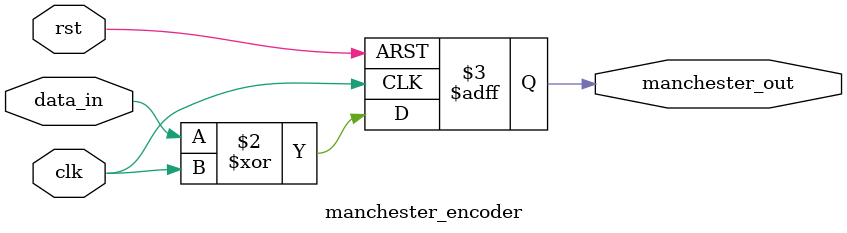
<source format=v>
module manchester_encoder (
    input  wire clk,          // system clock
    input  wire rst,          // active-high reset
    input  wire data_in,      // serial input data
    output reg  manchester_out // Manchester encoded output
);
    reg data_d;

    always @(posedge clk or posedge rst) begin
        if (rst) begin
            data_d <= 0;
            manchester_out <= 0;
        end else begin
            data_d <= data_in;
            // Manchester encoding: 
            // 1 -> high-to-low, 0 -> low-to-high within one clock period
            manchester_out <= data_in ^ clk;
        end
    end
endmodule

</source>
